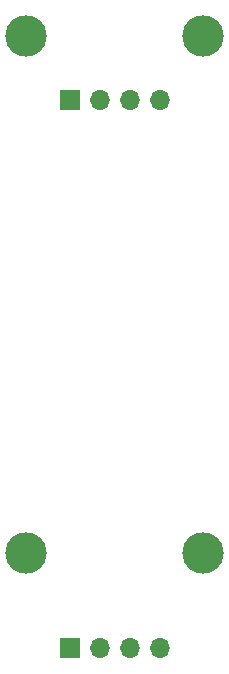
<source format=gbs>
G04 #@! TF.GenerationSoftware,KiCad,Pcbnew,7.0.10*
G04 #@! TF.CreationDate,2024-06-27T11:43:54+02:00*
G04 #@! TF.ProjectId,Traffic LED Riser,54726166-6669-4632-904c-454420526973,rev?*
G04 #@! TF.SameCoordinates,Original*
G04 #@! TF.FileFunction,Soldermask,Bot*
G04 #@! TF.FilePolarity,Negative*
%FSLAX46Y46*%
G04 Gerber Fmt 4.6, Leading zero omitted, Abs format (unit mm)*
G04 Created by KiCad (PCBNEW 7.0.10) date 2024-06-27 11:43:54*
%MOMM*%
%LPD*%
G01*
G04 APERTURE LIST*
%ADD10C,3.500000*%
%ADD11R,1.700000X1.700000*%
%ADD12O,1.700000X1.700000*%
G04 APERTURE END LIST*
D10*
X118000000Y-118750000D03*
X103000000Y-118750000D03*
X118000000Y-75000000D03*
X103000000Y-75000000D03*
D11*
X106717668Y-80382000D03*
D12*
X109257668Y-80382000D03*
X111797668Y-80382000D03*
X114337668Y-80382000D03*
X114337668Y-126778000D03*
X111797668Y-126778000D03*
X109257668Y-126778000D03*
D11*
X106717668Y-126778000D03*
M02*

</source>
